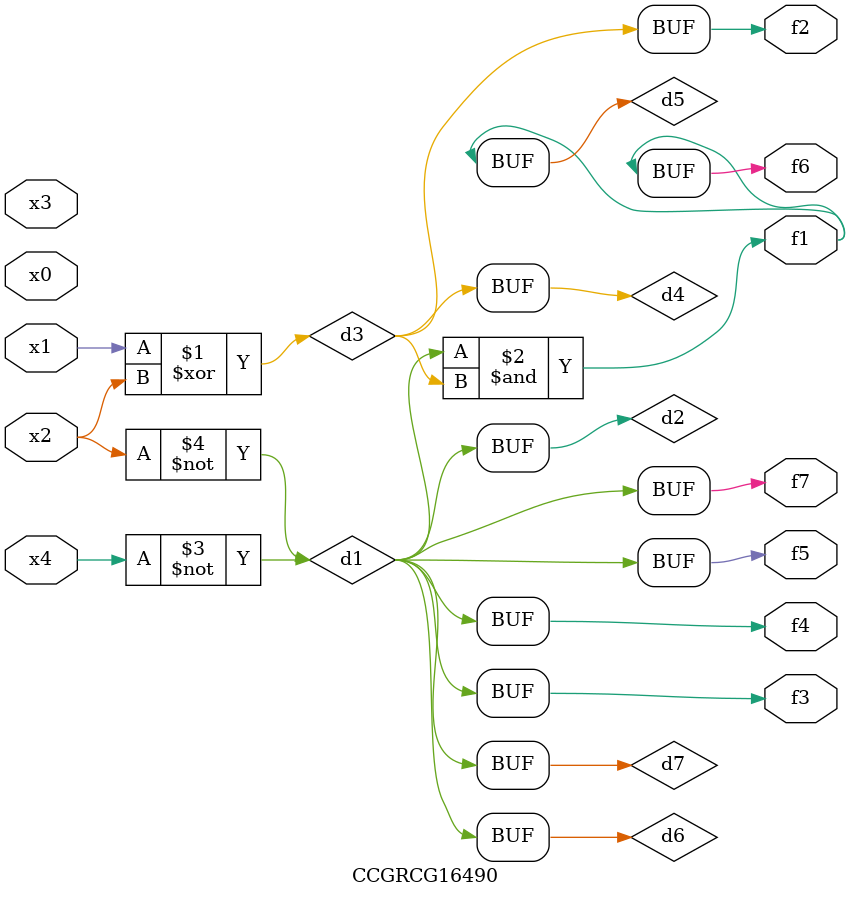
<source format=v>
module CCGRCG16490(
	input x0, x1, x2, x3, x4,
	output f1, f2, f3, f4, f5, f6, f7
);

	wire d1, d2, d3, d4, d5, d6, d7;

	not (d1, x4);
	not (d2, x2);
	xor (d3, x1, x2);
	buf (d4, d3);
	and (d5, d1, d3);
	buf (d6, d1, d2);
	buf (d7, d2);
	assign f1 = d5;
	assign f2 = d4;
	assign f3 = d7;
	assign f4 = d7;
	assign f5 = d7;
	assign f6 = d5;
	assign f7 = d7;
endmodule

</source>
